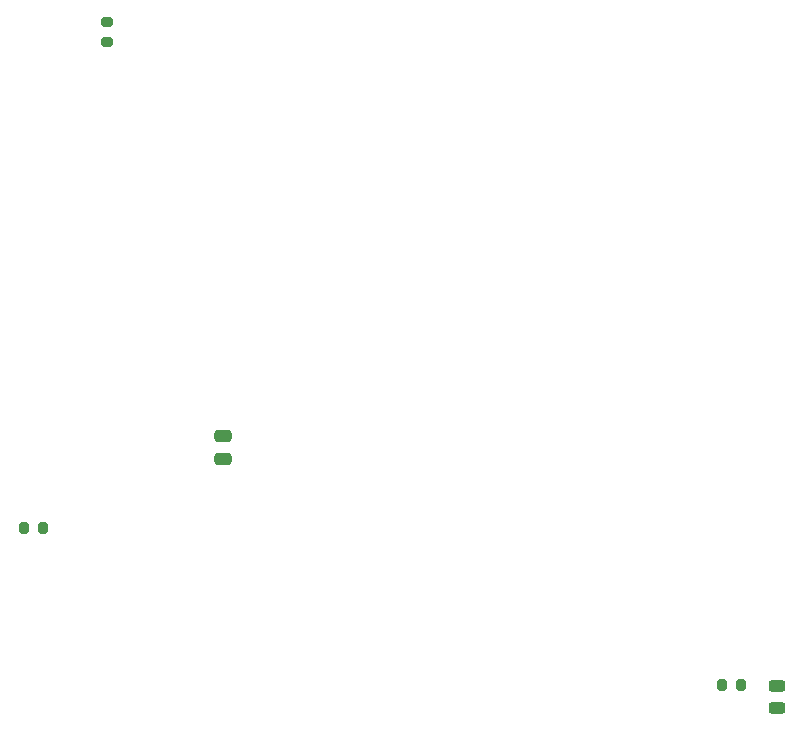
<source format=gbr>
%TF.GenerationSoftware,KiCad,Pcbnew,7.0.8-7.0.8~ubuntu22.04.1*%
%TF.CreationDate,2023-10-06T08:27:00+03:00*%
%TF.ProjectId,Omarichet Sensor Board v1.5,4f6d6172-6963-4686-9574-2053656e736f,rev?*%
%TF.SameCoordinates,Original*%
%TF.FileFunction,Paste,Top*%
%TF.FilePolarity,Positive*%
%FSLAX46Y46*%
G04 Gerber Fmt 4.6, Leading zero omitted, Abs format (unit mm)*
G04 Created by KiCad (PCBNEW 7.0.8-7.0.8~ubuntu22.04.1) date 2023-10-06 08:27:00*
%MOMM*%
%LPD*%
G01*
G04 APERTURE LIST*
G04 Aperture macros list*
%AMRoundRect*
0 Rectangle with rounded corners*
0 $1 Rounding radius*
0 $2 $3 $4 $5 $6 $7 $8 $9 X,Y pos of 4 corners*
0 Add a 4 corners polygon primitive as box body*
4,1,4,$2,$3,$4,$5,$6,$7,$8,$9,$2,$3,0*
0 Add four circle primitives for the rounded corners*
1,1,$1+$1,$2,$3*
1,1,$1+$1,$4,$5*
1,1,$1+$1,$6,$7*
1,1,$1+$1,$8,$9*
0 Add four rect primitives between the rounded corners*
20,1,$1+$1,$2,$3,$4,$5,0*
20,1,$1+$1,$4,$5,$6,$7,0*
20,1,$1+$1,$6,$7,$8,$9,0*
20,1,$1+$1,$8,$9,$2,$3,0*%
G04 Aperture macros list end*
%ADD10RoundRect,0.200000X-0.275000X0.200000X-0.275000X-0.200000X0.275000X-0.200000X0.275000X0.200000X0*%
%ADD11RoundRect,0.243750X0.456250X-0.243750X0.456250X0.243750X-0.456250X0.243750X-0.456250X-0.243750X0*%
%ADD12RoundRect,0.250000X0.475000X-0.250000X0.475000X0.250000X-0.475000X0.250000X-0.475000X-0.250000X0*%
%ADD13RoundRect,0.200000X0.200000X0.275000X-0.200000X0.275000X-0.200000X-0.275000X0.200000X-0.275000X0*%
%ADD14RoundRect,0.200000X-0.200000X-0.275000X0.200000X-0.275000X0.200000X0.275000X-0.200000X0.275000X0*%
G04 APERTURE END LIST*
D10*
%TO.C,R2*%
X87300000Y-67100000D03*
X87300000Y-68750000D03*
%TD*%
D11*
%TO.C,D1*%
X144018000Y-125143500D03*
X144018000Y-123268500D03*
%TD*%
D12*
%TO.C,C1*%
X97100000Y-104070000D03*
X97100000Y-102170000D03*
%TD*%
D13*
%TO.C,R1*%
X81900000Y-109900000D03*
X80250000Y-109900000D03*
%TD*%
D14*
%TO.C,R3*%
X139320000Y-123190000D03*
X140970000Y-123190000D03*
%TD*%
M02*

</source>
